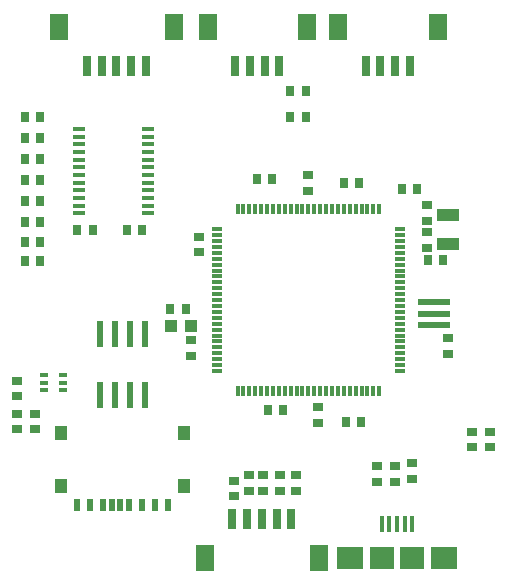
<source format=gbp>
G75*
G70*
%OFA0B0*%
%FSLAX24Y24*%
%IPPOS*%
%LPD*%
%AMOC8*
5,1,8,0,0,1.08239X$1,22.5*
%
%ADD10R,0.0433X0.0394*%
%ADD11R,0.0276X0.0354*%
%ADD12R,0.0390X0.0120*%
%ADD13R,0.0354X0.0118*%
%ADD14R,0.0118X0.0354*%
%ADD15R,0.0354X0.0276*%
%ADD16R,0.1102X0.0197*%
%ADD17R,0.1102X0.0201*%
%ADD18R,0.0748X0.0433*%
%ADD19R,0.0315X0.0157*%
%ADD20R,0.0236X0.0866*%
%ADD21R,0.0197X0.0394*%
%ADD22R,0.0413X0.0472*%
%ADD23R,0.0276X0.0709*%
%ADD24R,0.0630X0.0866*%
%ADD25R,0.0157X0.0551*%
%ADD26R,0.0787X0.0748*%
%ADD27R,0.0866X0.0748*%
D10*
X007665Y011440D03*
X008335Y011440D03*
D11*
X008156Y012010D03*
X007644Y012010D03*
X006706Y014615D03*
X006194Y014615D03*
X005056Y014640D03*
X004544Y014640D03*
X003306Y014890D03*
X002794Y014890D03*
X002794Y014240D03*
X003306Y014240D03*
X003306Y013590D03*
X002794Y013590D03*
X002794Y015590D03*
X003306Y015590D03*
X003306Y016290D03*
X002794Y016290D03*
X002794Y016990D03*
X003306Y016990D03*
X003306Y017690D03*
X002794Y017690D03*
X002794Y018390D03*
X003306Y018390D03*
X010534Y016340D03*
X011046Y016340D03*
X011644Y018390D03*
X012156Y018390D03*
X012156Y019250D03*
X011644Y019250D03*
X013434Y016210D03*
X013946Y016210D03*
X015364Y015990D03*
X015876Y015990D03*
X016224Y013620D03*
X016736Y013620D03*
X014006Y008215D03*
X013494Y008215D03*
X011406Y008640D03*
X010894Y008640D03*
D12*
X006899Y015183D03*
X006899Y015438D03*
X006899Y015694D03*
X006899Y015950D03*
X006899Y016206D03*
X006899Y016462D03*
X006899Y016718D03*
X006899Y016974D03*
X006899Y017230D03*
X006899Y017486D03*
X006899Y017742D03*
X006899Y017997D03*
X004601Y017997D03*
X004601Y017742D03*
X004601Y017486D03*
X004601Y017230D03*
X004601Y016974D03*
X004601Y016718D03*
X004601Y016462D03*
X004601Y016206D03*
X004601Y015950D03*
X004601Y015694D03*
X004601Y015438D03*
X004601Y015183D03*
D13*
X009211Y014652D03*
X009211Y014455D03*
X009211Y014259D03*
X009211Y014062D03*
X009211Y013865D03*
X009211Y013668D03*
X009211Y013471D03*
X009211Y013274D03*
X009211Y013077D03*
X009211Y012881D03*
X009211Y012684D03*
X009211Y012487D03*
X009211Y012290D03*
X009211Y012093D03*
X009211Y011896D03*
X009211Y011699D03*
X009211Y011503D03*
X009211Y011306D03*
X009211Y011109D03*
X009211Y010912D03*
X009211Y010715D03*
X009211Y010518D03*
X009211Y010321D03*
X009211Y010125D03*
X009211Y009928D03*
X015289Y009928D03*
X015289Y010125D03*
X015289Y010321D03*
X015289Y010518D03*
X015289Y010715D03*
X015289Y010912D03*
X015289Y011109D03*
X015289Y011306D03*
X015289Y011503D03*
X015289Y011699D03*
X015289Y011896D03*
X015289Y012093D03*
X015289Y012290D03*
X015289Y012487D03*
X015289Y012684D03*
X015289Y012881D03*
X015289Y013077D03*
X015289Y013274D03*
X015289Y013471D03*
X015289Y013668D03*
X015289Y013865D03*
X015289Y014062D03*
X015289Y014259D03*
X015289Y014455D03*
X015289Y014652D03*
D14*
X014612Y015329D03*
X014415Y015329D03*
X014219Y015329D03*
X014022Y015329D03*
X013825Y015329D03*
X013628Y015329D03*
X013431Y015329D03*
X013234Y015329D03*
X013037Y015329D03*
X012841Y015329D03*
X012644Y015329D03*
X012447Y015329D03*
X012250Y015329D03*
X012053Y015329D03*
X011856Y015329D03*
X011659Y015329D03*
X011463Y015329D03*
X011266Y015329D03*
X011069Y015329D03*
X010872Y015329D03*
X010675Y015329D03*
X010478Y015329D03*
X010281Y015329D03*
X010085Y015329D03*
X009888Y015329D03*
X009888Y009251D03*
X010085Y009251D03*
X010281Y009251D03*
X010478Y009251D03*
X010675Y009251D03*
X010872Y009251D03*
X011069Y009251D03*
X011266Y009251D03*
X011463Y009251D03*
X011659Y009251D03*
X011856Y009251D03*
X012053Y009251D03*
X012250Y009251D03*
X012447Y009251D03*
X012644Y009251D03*
X012841Y009251D03*
X013037Y009251D03*
X013234Y009251D03*
X013431Y009251D03*
X013628Y009251D03*
X013825Y009251D03*
X014022Y009251D03*
X014219Y009251D03*
X014415Y009251D03*
X014612Y009251D03*
D15*
X012575Y008721D03*
X012575Y008209D03*
X011850Y006446D03*
X011850Y005934D03*
X011300Y005934D03*
X011300Y006446D03*
X010750Y006446D03*
X010260Y006446D03*
X010260Y005934D03*
X010750Y005934D03*
X009770Y005764D03*
X009770Y006276D03*
X008350Y010434D03*
X008350Y010946D03*
X008600Y013884D03*
X008600Y014396D03*
X012250Y015934D03*
X012250Y016446D03*
X016200Y015446D03*
X016200Y014934D03*
X016200Y014546D03*
X016200Y014034D03*
X016900Y011021D03*
X016900Y010509D03*
X017700Y007896D03*
X017700Y007384D03*
X018300Y007384D03*
X018300Y007896D03*
X015700Y006846D03*
X015150Y006746D03*
X015150Y006234D03*
X015700Y006334D03*
X014550Y006234D03*
X014550Y006746D03*
X003150Y007984D03*
X003150Y008496D03*
X002550Y008496D03*
X002550Y007984D03*
X002550Y009084D03*
X002550Y009596D03*
D16*
X016450Y011840D03*
X016450Y012234D03*
D17*
X016450Y011446D03*
D18*
X016900Y014148D03*
X016900Y015132D03*
D19*
X004065Y009796D03*
X004065Y009540D03*
X004065Y009284D03*
X003435Y009284D03*
X003435Y009540D03*
X003435Y009796D03*
D20*
X005300Y009116D03*
X005800Y009116D03*
X006300Y009116D03*
X006800Y009116D03*
X006800Y011164D03*
X006300Y011164D03*
X005800Y011164D03*
X005300Y011164D03*
D21*
X004534Y005468D03*
X004967Y005468D03*
X005400Y005468D03*
X005696Y005468D03*
X005971Y005468D03*
X006267Y005468D03*
X006700Y005468D03*
X007133Y005468D03*
X007566Y005468D03*
D22*
X008107Y006102D03*
X008107Y007854D03*
X003993Y007854D03*
X003993Y006102D03*
D23*
X009716Y004990D03*
X010208Y004990D03*
X010700Y004990D03*
X011192Y004990D03*
X011684Y004990D03*
X011284Y020090D03*
X010792Y020090D03*
X010300Y020090D03*
X009808Y020090D03*
X006834Y020090D03*
X006342Y020090D03*
X005850Y020090D03*
X005358Y020090D03*
X004866Y020090D03*
X014158Y020090D03*
X014650Y020090D03*
X015142Y020090D03*
X015634Y020090D03*
D24*
X016559Y021389D03*
X013241Y021389D03*
X012209Y021389D03*
X008891Y021389D03*
X007759Y021389D03*
X003941Y021389D03*
X008791Y003691D03*
X012609Y003691D03*
D25*
X014688Y004812D03*
X014944Y004812D03*
X015200Y004812D03*
X015456Y004812D03*
X015712Y004812D03*
D26*
X015692Y003690D03*
X014708Y003690D03*
D27*
X013625Y003690D03*
X016775Y003690D03*
M02*

</source>
